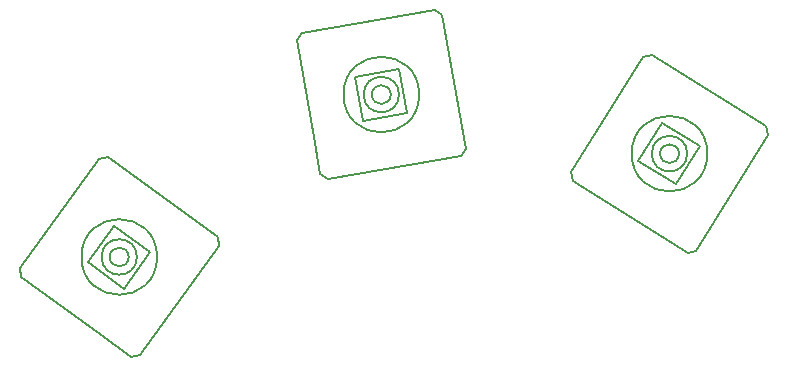
<source format=gbo>
G04 Layer_Color=32896*
%FSTAX24Y24*%
%MOIN*%
G70*
G01*
G75*
%ADD52C,0.0050*%
D52*
X182277Y158551D02*
G03*
X182277Y158551I-00126J0D01*
G01*
X181608D02*
G03*
X181608Y158551I-000591J0D01*
G01*
X181332D02*
G03*
X181332Y158551I-000315J0D01*
G01*
X191883Y156581D02*
G03*
X191883Y156581I-00126J0D01*
G01*
X191213D02*
G03*
X191213Y156581I-000591J0D01*
G01*
X190938D02*
G03*
X190938Y156581I-000315J0D01*
G01*
X173542Y153137D02*
G03*
X173542Y153137I-00126J0D01*
G01*
X172872D02*
G03*
X172872Y153137I-000591J0D01*
G01*
X172597D02*
G03*
X172597Y153137I-000315J0D01*
G01*
X178202Y160354D02*
X178769Y157139D01*
X178373Y160599D02*
X182801Y16138D01*
X183047Y161208D02*
X183835Y156737D01*
X179237Y155722D02*
X183673Y156505D01*
X178769Y157139D02*
X178988Y155897D01*
X179237Y155722D01*
X182801Y16138D02*
X183047Y161208D01*
X178202Y160354D02*
X178373Y160599D01*
X183673Y156505D02*
X183835Y156737D01*
X180395Y157678D02*
X181869Y157937D01*
X180136Y159151D02*
X181609Y159411D01*
X180136Y159151D02*
X180395Y157678D01*
X181609Y159411D02*
X181869Y157937D01*
X188007Y157036D02*
X189737Y159805D01*
X190029Y159872D02*
X193842Y15749D01*
X191503Y153347D02*
X193909Y157197D01*
X187407Y15567D02*
X191227Y153283D01*
X187339Y155967D02*
X188007Y157036D01*
X187339Y155967D02*
X187407Y15567D01*
X193842Y15749D02*
X193909Y157197D01*
X189737Y159805D02*
X190029Y159872D01*
X191227Y153283D02*
X191503Y153347D01*
X189577Y156348D02*
X190845Y155555D01*
X190369Y157617D02*
X191638Y156824D01*
X189577Y156348D02*
X190369Y157617D01*
X190845Y155555D02*
X191638Y156824D01*
X169004Y152479D02*
X171645Y15056D01*
X168957Y152774D02*
X1716Y156412D01*
X171896Y156458D02*
X175569Y15379D01*
X172966Y149866D02*
X175613Y15351D01*
X171645Y15056D02*
X172665Y149818D01*
X172966Y149866D01*
X1716Y156412D02*
X171896Y156458D01*
X168957Y152774D02*
X169004Y152479D01*
X175569Y15379D02*
X175613Y15351D01*
X172441Y152077D02*
X17332Y153288D01*
X171231Y152957D02*
X17211Y154167D01*
X171231Y152957D02*
X172441Y152077D01*
X17211Y154167D02*
X17332Y153288D01*
M02*

</source>
